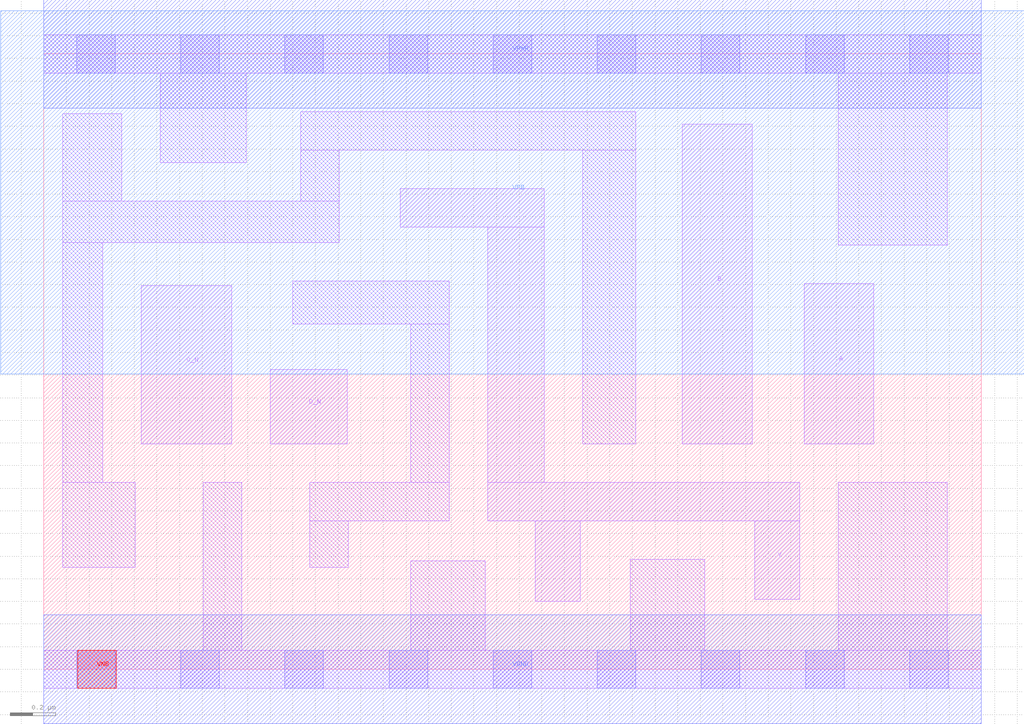
<source format=lef>
# Copyright 2020 The SkyWater PDK Authors
#
# Licensed under the Apache License, Version 2.0 (the "License");
# you may not use this file except in compliance with the License.
# You may obtain a copy of the License at
#
#     https://www.apache.org/licenses/LICENSE-2.0
#
# Unless required by applicable law or agreed to in writing, software
# distributed under the License is distributed on an "AS IS" BASIS,
# WITHOUT WARRANTIES OR CONDITIONS OF ANY KIND, either express or implied.
# See the License for the specific language governing permissions and
# limitations under the License.
#
# SPDX-License-Identifier: Apache-2.0

VERSION 5.7 ;
  NOWIREEXTENSIONATPIN ON ;
  DIVIDERCHAR "/" ;
  BUSBITCHARS "[]" ;
PROPERTYDEFINITIONS
  MACRO maskLayoutSubType STRING ;
  MACRO prCellType STRING ;
  MACRO originalViewName STRING ;
END PROPERTYDEFINITIONS
MACRO sky130_fd_sc_hdll__nor4bb_1
  CLASS CORE ;
  FOREIGN sky130_fd_sc_hdll__nor4bb_1 ;
  ORIGIN  0.000000  0.000000 ;
  SIZE  4.140000 BY  2.720000 ;
  SYMMETRY X Y R90 ;
  SITE unithd ;
  PIN A
    ANTENNAGATEAREA  0.277500 ;
    DIRECTION INPUT ;
    USE SIGNAL ;
    PORT
      LAYER li1 ;
        RECT 3.360000 0.995000 3.665000 1.705000 ;
    END
  END A
  PIN B
    ANTENNAGATEAREA  0.277500 ;
    DIRECTION INPUT ;
    USE SIGNAL ;
    PORT
      LAYER li1 ;
        RECT 2.820000 0.995000 3.130000 2.410000 ;
    END
  END B
  PIN C_N
    ANTENNAGATEAREA  0.138600 ;
    DIRECTION INPUT ;
    USE SIGNAL ;
    PORT
      LAYER li1 ;
        RECT 0.430000 0.995000 0.830000 1.695000 ;
    END
  END C_N
  PIN D_N
    ANTENNAGATEAREA  0.138600 ;
    DIRECTION INPUT ;
    USE SIGNAL ;
    PORT
      LAYER li1 ;
        RECT 1.000000 0.995000 1.340000 1.325000 ;
    END
  END D_N
  PIN VGND
    ANTENNADIFFAREA  0.767400 ;
    DIRECTION INOUT ;
    USE SIGNAL ;
    PORT
      LAYER met1 ;
        RECT 0.000000 -0.240000 4.140000 0.240000 ;
    END
  END VGND
  PIN VPWR
    ANTENNADIFFAREA  0.523625 ;
    DIRECTION INOUT ;
    USE SIGNAL ;
    PORT
      LAYER met1 ;
        RECT 0.000000 2.480000 4.140000 2.960000 ;
    END
  END VPWR
  PIN Y
    ANTENNADIFFAREA  0.660000 ;
    DIRECTION OUTPUT ;
    USE SIGNAL ;
    PORT
      LAYER li1 ;
        RECT 1.575000 1.955000 2.210000 2.125000 ;
        RECT 1.960000 0.655000 3.340000 0.825000 ;
        RECT 1.960000 0.825000 2.210000 1.955000 ;
        RECT 2.170000 0.300000 2.370000 0.655000 ;
        RECT 3.140000 0.310000 3.340000 0.655000 ;
    END
  END Y
  PIN VNB
    DIRECTION INOUT ;
    USE GROUND ;
    PORT
      LAYER pwell ;
        RECT 0.150000 -0.085000 0.320000 0.085000 ;
    END
  END VNB
  PIN VPB
    DIRECTION INOUT ;
    USE POWER ;
    PORT
      LAYER nwell ;
        RECT -0.190000 1.305000 4.330000 2.910000 ;
    END
  END VPB
  OBS
    LAYER li1 ;
      RECT 0.000000 -0.085000 4.140000 0.085000 ;
      RECT 0.000000  2.635000 4.140000 2.805000 ;
      RECT 0.085000  0.450000 0.405000 0.825000 ;
      RECT 0.085000  0.825000 0.260000 1.885000 ;
      RECT 0.085000  1.885000 1.305000 2.070000 ;
      RECT 0.085000  2.070000 0.345000 2.455000 ;
      RECT 0.515000  2.240000 0.895000 2.635000 ;
      RECT 0.705000  0.085000 0.875000 0.825000 ;
      RECT 1.100000  1.525000 1.790000 1.715000 ;
      RECT 1.135000  2.070000 1.305000 2.295000 ;
      RECT 1.135000  2.295000 2.615000 2.465000 ;
      RECT 1.175000  0.450000 1.345000 0.655000 ;
      RECT 1.175000  0.655000 1.790000 0.825000 ;
      RECT 1.620000  0.085000 1.950000 0.480000 ;
      RECT 1.620000  0.825000 1.790000 1.525000 ;
      RECT 2.380000  0.995000 2.615000 2.295000 ;
      RECT 2.590000  0.085000 2.920000 0.485000 ;
      RECT 3.510000  0.085000 3.990000 0.825000 ;
      RECT 3.510000  1.875000 3.990000 2.635000 ;
    LAYER mcon ;
      RECT 0.145000 -0.085000 0.315000 0.085000 ;
      RECT 0.145000  2.635000 0.315000 2.805000 ;
      RECT 0.605000 -0.085000 0.775000 0.085000 ;
      RECT 0.605000  2.635000 0.775000 2.805000 ;
      RECT 1.065000 -0.085000 1.235000 0.085000 ;
      RECT 1.065000  2.635000 1.235000 2.805000 ;
      RECT 1.525000 -0.085000 1.695000 0.085000 ;
      RECT 1.525000  2.635000 1.695000 2.805000 ;
      RECT 1.985000 -0.085000 2.155000 0.085000 ;
      RECT 1.985000  2.635000 2.155000 2.805000 ;
      RECT 2.445000 -0.085000 2.615000 0.085000 ;
      RECT 2.445000  2.635000 2.615000 2.805000 ;
      RECT 2.905000 -0.085000 3.075000 0.085000 ;
      RECT 2.905000  2.635000 3.075000 2.805000 ;
      RECT 3.365000 -0.085000 3.535000 0.085000 ;
      RECT 3.365000  2.635000 3.535000 2.805000 ;
      RECT 3.825000 -0.085000 3.995000 0.085000 ;
      RECT 3.825000  2.635000 3.995000 2.805000 ;
  END
  PROPERTY maskLayoutSubType "abstract" ;
  PROPERTY prCellType "standard" ;
  PROPERTY originalViewName "layout" ;
END sky130_fd_sc_hdll__nor4bb_1
END LIBRARY

</source>
